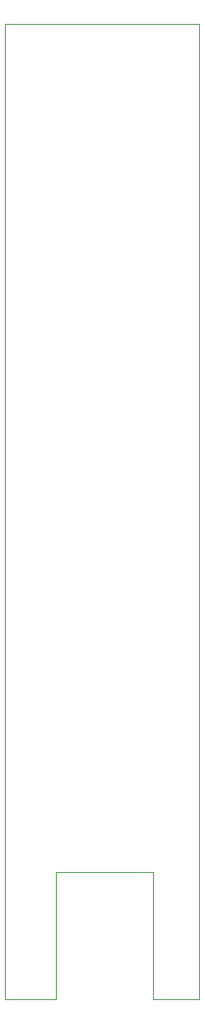
<source format=gbr>
G04 #@! TF.GenerationSoftware,KiCad,Pcbnew,(5.1.0)-1*
G04 #@! TF.CreationDate,2019-05-29T20:43:48+02:00*
G04 #@! TF.ProjectId,WELLER,57454c4c-4552-42e6-9b69-6361645f7063,rev?*
G04 #@! TF.SameCoordinates,Original*
G04 #@! TF.FileFunction,Profile,NP*
%FSLAX46Y46*%
G04 Gerber Fmt 4.6, Leading zero omitted, Abs format (unit mm)*
G04 Created by KiCad (PCBNEW (5.1.0)-1) date 2019-05-29 20:43:48*
%MOMM*%
%LPD*%
G04 APERTURE LIST*
%ADD10C,0.050000*%
G04 APERTURE END LIST*
D10*
X125222000Y-124993400D02*
X120015000Y-124993400D01*
X140004800Y-124993400D02*
X135229600Y-124993400D01*
X140004800Y-25019000D02*
X140004800Y-124993400D01*
X120015000Y-25019000D02*
X140004800Y-25019000D01*
X120015000Y-124993400D02*
X120015000Y-25019000D01*
X125222000Y-111912400D02*
X125222000Y-124993400D01*
X135229600Y-111912400D02*
X125222000Y-111912400D01*
X135229600Y-124993400D02*
X135229600Y-111912400D01*
M02*

</source>
